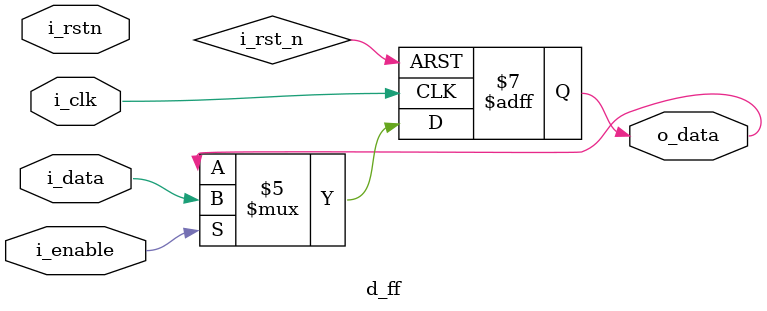
<source format=v>
module d_ff
#(parameter N=1)(
input i_clk, i_rstn,i_enable,
input [N-1:0] i_data,
output reg [N-1:0] o_data);

always @(posedge i_clk, negedge i_rst_n) begin
	if(!i_rst_n) begin
		o_data<=0;
		end
	else begin
		if(i_enable==1)
			o_data<=i_data;
		else
		o_data<=o_data;
		end
	end
endmodule
	
	

</source>
